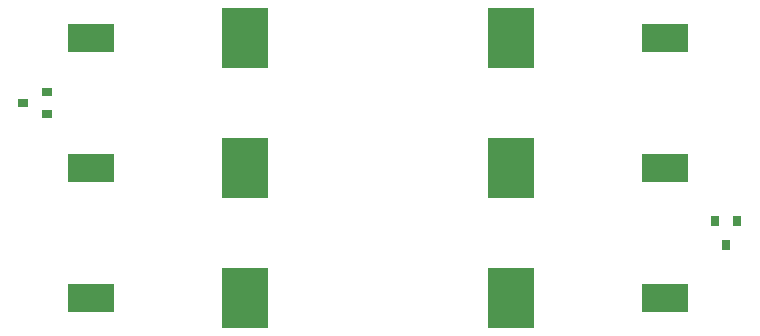
<source format=gbp>
G04 #@! TF.GenerationSoftware,KiCad,Pcbnew,5.0.2-bee76a0~70~ubuntu18.10.1*
G04 #@! TF.CreationDate,2019-03-19T21:34:18-05:00*
G04 #@! TF.ProjectId,camboard,63616d62-6f61-4726-942e-6b696361645f,rev?*
G04 #@! TF.SameCoordinates,Original*
G04 #@! TF.FileFunction,Paste,Bot*
G04 #@! TF.FilePolarity,Positive*
%FSLAX46Y46*%
G04 Gerber Fmt 4.6, Leading zero omitted, Abs format (unit mm)*
G04 Created by KiCad (PCBNEW 5.0.2-bee76a0~70~ubuntu18.10.1) date Tue 19 Mar 2019 09:34:18 PM CDT*
%MOMM*%
%LPD*%
G01*
G04 APERTURE LIST*
%ADD10R,3.960000X2.340000*%
%ADD11R,3.960000X5.080000*%
%ADD12R,0.800000X0.900000*%
%ADD13R,0.900000X0.800000*%
G04 APERTURE END LIST*
D10*
G04 #@! TO.C,BT1*
X24320000Y-49000000D03*
D11*
X11240000Y-49000000D03*
X-11240000Y-49000000D03*
D10*
X-24320000Y-49000000D03*
G04 #@! TD*
G04 #@! TO.C,BT2*
X-24320000Y-60000000D03*
D11*
X-11240000Y-60000000D03*
X11240000Y-60000000D03*
D10*
X24320000Y-60000000D03*
G04 #@! TD*
G04 #@! TO.C,BT3*
X24320000Y-71000000D03*
D11*
X11240000Y-71000000D03*
X-11240000Y-71000000D03*
D10*
X-24320000Y-71000000D03*
G04 #@! TD*
D12*
G04 #@! TO.C,D2*
X29500000Y-66500000D03*
X30450000Y-64500000D03*
X28550000Y-64500000D03*
G04 #@! TD*
D13*
G04 #@! TO.C,D0*
X-28000000Y-53550000D03*
X-28000000Y-55450000D03*
X-30000000Y-54500000D03*
G04 #@! TD*
M02*

</source>
